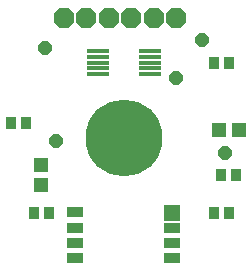
<source format=gts>
G75*
%MOIN*%
%OFA0B0*%
%FSLAX24Y24*%
%IPPOS*%
%LPD*%
%AMOC8*
5,1,8,0,0,1.08239X$1,22.5*
%
%ADD10C,0.2560*%
%ADD11R,0.0769X0.0158*%
%ADD12R,0.0532X0.0375*%
%ADD13R,0.0532X0.0532*%
%ADD14R,0.0336X0.0414*%
%ADD15R,0.0454X0.0493*%
%ADD16R,0.0493X0.0454*%
%ADD17OC8,0.0690*%
%ADD18OC8,0.0436*%
D10*
X005680Y006680D03*
D11*
X004814Y008786D03*
X004814Y008983D03*
X004814Y009180D03*
X004814Y009377D03*
X004814Y009574D03*
X006546Y009574D03*
X006546Y009377D03*
X006546Y009180D03*
X006546Y008983D03*
X006546Y008786D03*
D12*
X004066Y004192D03*
X004066Y003680D03*
X004066Y003180D03*
X004066Y002668D03*
X007294Y002668D03*
X007294Y003180D03*
X007294Y003680D03*
D13*
X007294Y004180D03*
D14*
X002674Y004180D03*
X003186Y004180D03*
X002436Y007180D03*
X001924Y007180D03*
X008674Y009180D03*
X009186Y009180D03*
X009436Y005430D03*
X008924Y005430D03*
X008674Y004180D03*
X009186Y004180D03*
D15*
X009515Y006930D03*
X008845Y006930D03*
D16*
X002930Y005765D03*
X002930Y005095D03*
D17*
X003680Y010680D03*
X004430Y010680D03*
X005180Y010680D03*
X005930Y010680D03*
X006680Y010680D03*
X007430Y010680D03*
D18*
X008305Y009930D03*
X007430Y008680D03*
X009055Y006180D03*
X003430Y006555D03*
X003055Y009680D03*
M02*

</source>
